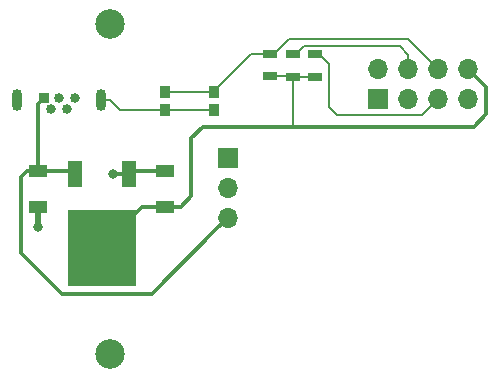
<source format=gtl>
G04 #@! TF.FileFunction,Copper,L1,Top,Signal*
%FSLAX46Y46*%
G04 Gerber Fmt 4.6, Leading zero omitted, Abs format (unit mm)*
G04 Created by KiCad (PCBNEW 4.0.7) date 01/23/18 00:00:34*
%MOMM*%
%LPD*%
G01*
G04 APERTURE LIST*
%ADD10C,0.100000*%
%ADD11R,0.900000X1.000000*%
%ADD12R,1.700000X1.700000*%
%ADD13O,1.700000X1.700000*%
%ADD14R,1.300000X0.700000*%
%ADD15R,1.600000X1.000000*%
%ADD16R,0.840000X0.840000*%
%ADD17C,0.840000*%
%ADD18O,0.850000X1.850000*%
%ADD19R,1.200000X2.200000*%
%ADD20R,5.800000X6.400000*%
%ADD21R,2.750000X3.050000*%
%ADD22C,2.500000*%
%ADD23C,0.800000*%
%ADD24C,0.300000*%
%ADD25C,0.200000*%
%ADD26C,0.500000*%
%ADD27C,0.250000*%
G04 APERTURE END LIST*
D10*
D11*
X129540000Y-90170000D03*
X129540000Y-91770000D03*
X133640000Y-90170000D03*
X133640000Y-91770000D03*
D12*
X147574000Y-90805000D03*
D13*
X147574000Y-88265000D03*
X150114000Y-90805000D03*
X150114000Y-88265000D03*
X152654000Y-90805000D03*
X152654000Y-88265000D03*
X155194000Y-90805000D03*
X155194000Y-88265000D03*
D14*
X140335000Y-87000000D03*
X140335000Y-88900000D03*
D15*
X118745000Y-96925000D03*
X118745000Y-99925000D03*
X129540000Y-99925000D03*
X129540000Y-96925000D03*
D16*
X119253000Y-90678000D03*
D17*
X119903000Y-91678000D03*
X120553000Y-90678000D03*
X121203000Y-91678000D03*
X121853000Y-90678000D03*
D18*
X116978000Y-90898000D03*
X124128000Y-90898000D03*
D19*
X126480000Y-97155000D03*
X121920000Y-97155000D03*
D20*
X124200000Y-103455000D03*
D21*
X122675000Y-105130000D03*
X125725000Y-101780000D03*
X125725000Y-105130000D03*
X122675000Y-101780000D03*
D14*
X138430000Y-86995000D03*
X138430000Y-88895000D03*
X142240000Y-87000000D03*
X142240000Y-88900000D03*
D12*
X134807414Y-95795156D03*
D13*
X134807414Y-98335156D03*
X134807414Y-100875156D03*
D22*
X124832414Y-84411156D03*
X124832414Y-112411156D03*
D23*
X125095000Y-97155000D03*
X118745000Y-101600000D03*
D24*
X119253000Y-90678000D02*
X118745000Y-91186000D01*
X118745000Y-91186000D02*
X118745000Y-96925000D01*
X118745000Y-96925000D02*
X117815107Y-96925000D01*
X133957415Y-101725155D02*
X134807414Y-100875156D01*
X128377569Y-107305001D02*
X133957415Y-101725155D01*
X120779999Y-107305001D02*
X128377569Y-107305001D01*
X117294999Y-103820001D02*
X120779999Y-107305001D01*
X117294999Y-97445108D02*
X117294999Y-103820001D01*
X117815107Y-96925000D02*
X117294999Y-97445108D01*
X118745000Y-96925000D02*
X121690000Y-96925000D01*
D25*
X124128000Y-90898000D02*
X124853000Y-90898000D01*
X128790000Y-91770000D02*
X129540000Y-91770000D01*
X125725000Y-91770000D02*
X128790000Y-91770000D01*
X124853000Y-90898000D02*
X125725000Y-91770000D01*
X133640000Y-91770000D02*
X132890000Y-91770000D01*
X132890000Y-91770000D02*
X129540000Y-91770000D01*
D24*
X126480000Y-97155000D02*
X125095000Y-97155000D01*
D26*
X118745000Y-99925000D02*
X118745000Y-101600000D01*
D24*
X129540000Y-96925000D02*
X126710000Y-96925000D01*
D25*
X142240000Y-88900000D02*
X140335000Y-88900000D01*
X138430000Y-88895000D02*
X140330000Y-88895000D01*
D24*
X132724871Y-93161298D02*
X140335000Y-93161298D01*
X131757582Y-99002229D02*
X131757582Y-94128587D01*
X130834811Y-99925000D02*
X131757582Y-99002229D01*
X131757582Y-94128587D02*
X132724871Y-93161298D01*
X129540000Y-99925000D02*
X130834811Y-99925000D01*
X140335000Y-93161298D02*
X155642151Y-93161298D01*
X156043999Y-89114999D02*
X155194000Y-88265000D01*
X156694001Y-89765001D02*
X156043999Y-89114999D01*
X155642151Y-93161298D02*
X156694001Y-92109448D01*
X156694001Y-92109448D02*
X156694001Y-89765001D01*
D25*
X140335000Y-88900000D02*
X140335000Y-93161298D01*
D24*
X129540000Y-99925000D02*
X127580000Y-99925000D01*
X127580000Y-99925000D02*
X125725000Y-101780000D01*
D27*
X142540000Y-87000000D02*
X142240000Y-87000000D01*
D25*
X152654000Y-90805000D02*
X151278999Y-92180001D01*
X151278999Y-92180001D02*
X144095095Y-92180001D01*
X144095095Y-92180001D02*
X143415001Y-91499907D01*
X143415001Y-87875001D02*
X142540000Y-87000000D01*
X143415001Y-91499907D02*
X143415001Y-87875001D01*
X150114000Y-88265000D02*
X150114000Y-87062919D01*
X141310001Y-86324999D02*
X140635000Y-87000000D01*
X149376080Y-86324999D02*
X141310001Y-86324999D01*
X150114000Y-87062919D02*
X149376080Y-86324999D01*
X133640000Y-90170000D02*
X129540000Y-90170000D01*
X138430000Y-86995000D02*
X136765000Y-86995000D01*
X136765000Y-86995000D02*
X133640000Y-90120000D01*
X133640000Y-90120000D02*
X133640000Y-90170000D01*
X152654000Y-88265000D02*
X150114000Y-85725000D01*
X140000000Y-85725000D02*
X138730000Y-86995000D01*
X150114000Y-85725000D02*
X140000000Y-85725000D01*
M02*

</source>
